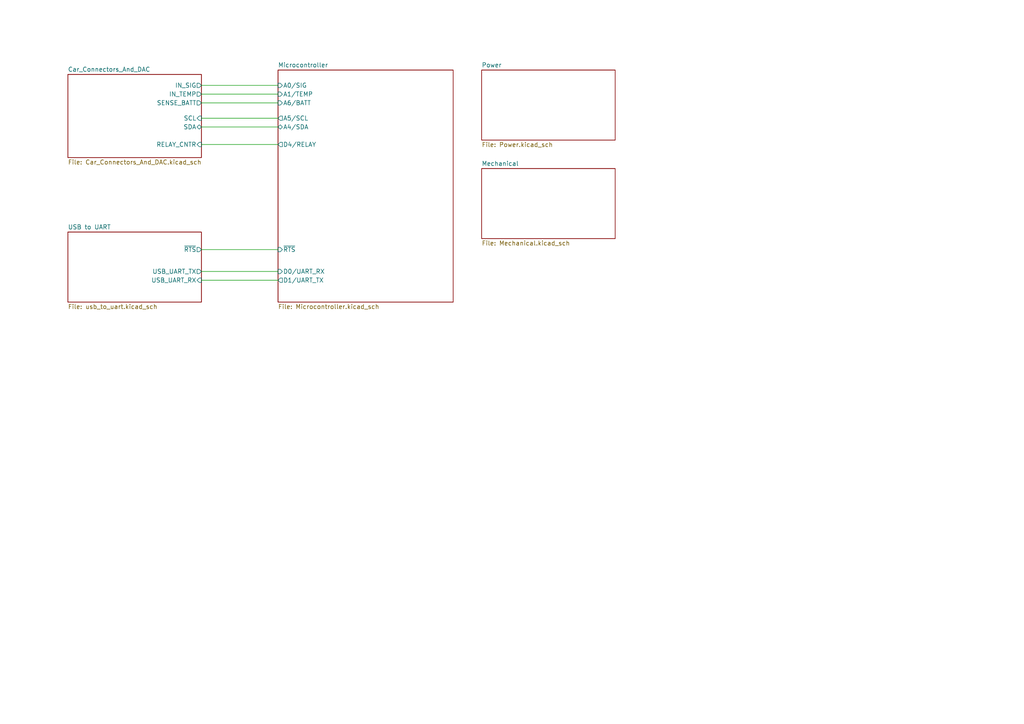
<source format=kicad_sch>
(kicad_sch
	(version 20231120)
	(generator "eeschema")
	(generator_version "8.0")
	(uuid "e63e39d7-6ac0-4ffd-8aa3-1841a4541b55")
	(paper "A4")
	(title_block
		(title "LMM Retrofit")
		(date "2022-05-08")
		(rev "1")
		(company "Hans Wilhelm Zeuschner")
		(comment 1 "Zweitprüfer: Ewald Zimmermann B. Eng.")
		(comment 2 "Betreuer: Prof. Dr. Carsten Koch")
		(comment 3 "Hochschule Emden Leer")
		(comment 4 "Bacheloarbeit SoSe 2022")
	)
	(lib_symbols)
	(wire
		(pts
			(xy 58.42 41.91) (xy 80.645 41.91)
		)
		(stroke
			(width 0)
			(type default)
		)
		(uuid "50a02483-2dcd-4582-8615-2dcd5e50515b")
	)
	(wire
		(pts
			(xy 58.42 78.74) (xy 80.645 78.74)
		)
		(stroke
			(width 0)
			(type default)
		)
		(uuid "61cb12f1-b8be-4ee9-927a-a72ce12278b6")
	)
	(wire
		(pts
			(xy 58.42 27.305) (xy 80.645 27.305)
		)
		(stroke
			(width 0)
			(type default)
		)
		(uuid "9b7cfdad-f77f-4da0-b00d-5aeb8206c692")
	)
	(wire
		(pts
			(xy 58.42 36.83) (xy 80.645 36.83)
		)
		(stroke
			(width 0)
			(type default)
		)
		(uuid "9ff881c1-6aa9-44f2-8252-b9f3c2735231")
	)
	(wire
		(pts
			(xy 58.42 34.29) (xy 80.645 34.29)
		)
		(stroke
			(width 0)
			(type default)
		)
		(uuid "a44cbeac-5d77-4055-96b7-ae99aa36920e")
	)
	(wire
		(pts
			(xy 58.42 29.845) (xy 80.645 29.845)
		)
		(stroke
			(width 0)
			(type default)
		)
		(uuid "bb5be9f4-f47e-4201-a82c-84c1ce9db249")
	)
	(wire
		(pts
			(xy 58.42 81.28) (xy 80.645 81.28)
		)
		(stroke
			(width 0)
			(type default)
		)
		(uuid "cc366256-0132-43d2-aea0-04d2202b07a7")
	)
	(wire
		(pts
			(xy 58.42 72.39) (xy 80.645 72.39)
		)
		(stroke
			(width 0)
			(type default)
		)
		(uuid "da7089c2-0400-4938-a71e-0eca431da20c")
	)
	(wire
		(pts
			(xy 58.42 24.765) (xy 80.645 24.765)
		)
		(stroke
			(width 0)
			(type default)
		)
		(uuid "feb268a0-501e-4e0c-bf4d-1efbdb1e49cf")
	)
	(sheet
		(at 19.685 67.31)
		(size 38.735 20.32)
		(fields_autoplaced yes)
		(stroke
			(width 0.1524)
			(type solid)
		)
		(fill
			(color 0 0 0 0.0000)
		)
		(uuid "a72f5a12-53b8-4376-867f-f3f62566bbde")
		(property "Sheetname" "USB to UART"
			(at 19.685 66.5984 0)
			(effects
				(font
					(size 1.27 1.27)
				)
				(justify left bottom)
			)
		)
		(property "Sheetfile" "usb_to_uart.kicad_sch"
			(at 19.685 88.2146 0)
			(effects
				(font
					(size 1.27 1.27)
				)
				(justify left top)
			)
		)
		(pin "USB_UART_RX" input
			(at 58.42 81.28 0)
			(effects
				(font
					(size 1.27 1.27)
				)
				(justify right)
			)
			(uuid "a3c4da86-37da-4446-ac73-a6caf37ba967")
		)
		(pin "USB_UART_TX" output
			(at 58.42 78.74 0)
			(effects
				(font
					(size 1.27 1.27)
				)
				(justify right)
			)
			(uuid "b18fa026-73a8-4975-ad9e-c8032ae99072")
		)
		(pin "~{RTS}" output
			(at 58.42 72.39 0)
			(effects
				(font
					(size 1.27 1.27)
				)
				(justify right)
			)
			(uuid "70e813ba-915e-4047-a3c9-e95e44234768")
		)
		(instances
			(project "lmm_retrofit"
				(path "/e63e39d7-6ac0-4ffd-8aa3-1841a4541b55"
					(page "2")
				)
			)
		)
	)
	(sheet
		(at 139.7 48.895)
		(size 38.735 20.32)
		(fields_autoplaced yes)
		(stroke
			(width 0.1524)
			(type solid)
		)
		(fill
			(color 0 0 0 0.0000)
		)
		(uuid "d384f8f0-d19d-4a7a-bb0c-1b4dccb3b034")
		(property "Sheetname" "Mechanical"
			(at 139.7 48.1834 0)
			(effects
				(font
					(size 1.27 1.27)
				)
				(justify left bottom)
			)
		)
		(property "Sheetfile" "Mechanical.kicad_sch"
			(at 139.7 69.7996 0)
			(effects
				(font
					(size 1.27 1.27)
				)
				(justify left top)
			)
		)
		(instances
			(project "lmm_retrofit"
				(path "/e63e39d7-6ac0-4ffd-8aa3-1841a4541b55"
					(page "6")
				)
			)
		)
	)
	(sheet
		(at 19.685 21.59)
		(size 38.735 24.13)
		(fields_autoplaced yes)
		(stroke
			(width 0.1524)
			(type solid)
		)
		(fill
			(color 0 0 0 0.0000)
		)
		(uuid "e509f35e-cb04-4cdb-be88-2ba12fde284d")
		(property "Sheetname" "Car_Connectors_And_DAC"
			(at 19.685 20.8784 0)
			(effects
				(font
					(size 1.27 1.27)
				)
				(justify left bottom)
			)
		)
		(property "Sheetfile" "Car_Connectors_And_DAC.kicad_sch"
			(at 19.685 46.3046 0)
			(effects
				(font
					(size 1.27 1.27)
				)
				(justify left top)
			)
		)
		(pin "SCL" input
			(at 58.42 34.29 0)
			(effects
				(font
					(size 1.27 1.27)
				)
				(justify right)
			)
			(uuid "68b4ce99-739c-4619-8f77-8223dfc2a7ac")
		)
		(pin "SDA" bidirectional
			(at 58.42 36.83 0)
			(effects
				(font
					(size 1.27 1.27)
				)
				(justify right)
			)
			(uuid "c40eef5b-9374-4cb5-88cb-84ac7e4940e1")
		)
		(pin "IN_SIG" output
			(at 58.42 24.765 0)
			(effects
				(font
					(size 1.27 1.27)
				)
				(justify right)
			)
			(uuid "70d0b3a9-7d68-4827-8817-1391de7f0ac2")
		)
		(pin "IN_TEMP" output
			(at 58.42 27.305 0)
			(effects
				(font
					(size 1.27 1.27)
				)
				(justify right)
			)
			(uuid "3de21d82-494e-47f8-82ab-dfd9643668a0")
		)
		(pin "RELAY_CNTR" input
			(at 58.42 41.91 0)
			(effects
				(font
					(size 1.27 1.27)
				)
				(justify right)
			)
			(uuid "eca19525-08ab-4e70-ab62-6ae3599dffa7")
		)
		(pin "SENSE_BATT" output
			(at 58.42 29.845 0)
			(effects
				(font
					(size 1.27 1.27)
				)
				(justify right)
			)
			(uuid "ae43804a-fcb9-46a2-b199-6945cb460f81")
		)
		(instances
			(project "lmm_retrofit"
				(path "/e63e39d7-6ac0-4ffd-8aa3-1841a4541b55"
					(page "3")
				)
			)
		)
	)
	(sheet
		(at 139.7 20.32)
		(size 38.735 20.32)
		(fields_autoplaced yes)
		(stroke
			(width 0.1524)
			(type solid)
		)
		(fill
			(color 0 0 0 0.0000)
		)
		(uuid "f9f3a5e7-f215-43c5-a219-22e7dfb4b3a0")
		(property "Sheetname" "Power"
			(at 139.7 19.6084 0)
			(effects
				(font
					(size 1.27 1.27)
				)
				(justify left bottom)
			)
		)
		(property "Sheetfile" "Power.kicad_sch"
			(at 139.7 41.2246 0)
			(effects
				(font
					(size 1.27 1.27)
				)
				(justify left top)
			)
		)
		(instances
			(project "lmm_retrofit"
				(path "/e63e39d7-6ac0-4ffd-8aa3-1841a4541b55"
					(page "5")
				)
			)
		)
	)
	(sheet
		(at 80.645 20.32)
		(size 50.8 67.31)
		(fields_autoplaced yes)
		(stroke
			(width 0.1524)
			(type solid)
		)
		(fill
			(color 0 0 0 0.0000)
		)
		(uuid "faedd514-d821-4f60-812c-d6e304c000d2")
		(property "Sheetname" "Microcontroller"
			(at 80.645 19.6084 0)
			(effects
				(font
					(size 1.27 1.27)
				)
				(justify left bottom)
			)
		)
		(property "Sheetfile" "Microcontroller.kicad_sch"
			(at 80.645 88.2146 0)
			(effects
				(font
					(size 1.27 1.27)
				)
				(justify left top)
			)
		)
		(pin "A1{slash}TEMP" input
			(at 80.645 27.305 180)
			(effects
				(font
					(size 1.27 1.27)
				)
				(justify left)
			)
			(uuid "6e31ab4f-7fb3-4802-b22a-75ff3665a03c")
		)
		(pin "A0{slash}SIG" input
			(at 80.645 24.765 180)
			(effects
				(font
					(size 1.27 1.27)
				)
				(justify left)
			)
			(uuid "9f0e85ec-ffe6-4aaa-adf8-3bc445ed05f9")
		)
		(pin "A6{slash}BATT" input
			(at 80.645 29.845 180)
			(effects
				(font
					(size 1.27 1.27)
				)
				(justify left)
			)
			(uuid "9dff5dce-5260-4a96-bf6e-d8979562552f")
		)
		(pin "D1{slash}UART_TX" output
			(at 80.645 81.28 180)
			(effects
				(font
					(size 1.27 1.27)
				)
				(justify left)
			)
			(uuid "bcb01ef2-a2e7-45f8-8621-22569050139c")
		)
		(pin "D0{slash}UART_RX" input
			(at 80.645 78.74 180)
			(effects
				(font
					(size 1.27 1.27)
				)
				(justify left)
			)
			(uuid "5c6456ae-d95b-4918-8582-85877a7bfd68")
		)
		(pin "D4{slash}RELAY" output
			(at 80.645 41.91 180)
			(effects
				(font
					(size 1.27 1.27)
				)
				(justify left)
			)
			(uuid "2fe7293c-e814-4ad6-a964-4fca7fcd0d99")
		)
		(pin "A4{slash}SDA" bidirectional
			(at 80.645 36.83 180)
			(effects
				(font
					(size 1.27 1.27)
				)
				(justify left)
			)
			(uuid "5f09da50-8422-4448-8f4b-ce04753faae0")
		)
		(pin "A5{slash}SCL" output
			(at 80.645 34.29 180)
			(effects
				(font
					(size 1.27 1.27)
				)
				(justify left)
			)
			(uuid "d1ae1b9a-34c8-4d5d-97b6-a20e054c1d4a")
		)
		(pin "~{RTS}" input
			(at 80.645 72.39 180)
			(effects
				(font
					(size 1.27 1.27)
				)
				(justify left)
			)
			(uuid "cf6ca689-cdb7-400e-a9ba-0555ea4dd4ec")
		)
		(instances
			(project "lmm_retrofit"
				(path "/e63e39d7-6ac0-4ffd-8aa3-1841a4541b55"
					(page "4")
				)
			)
		)
	)
	(sheet_instances
		(path "/"
			(page "1")
		)
	)
)

</source>
